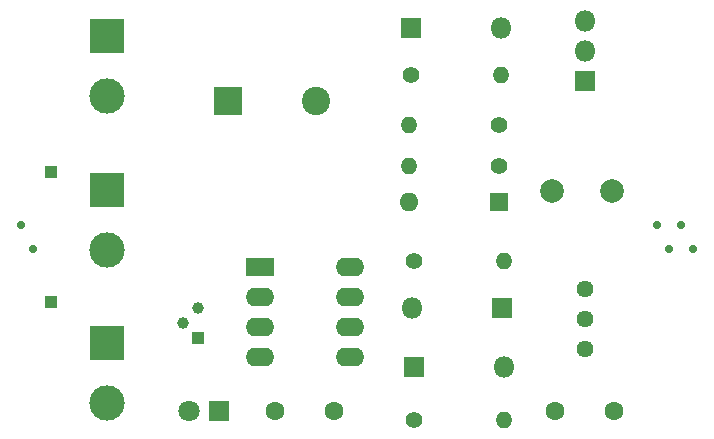
<source format=gbr>
%TF.GenerationSoftware,KiCad,Pcbnew,no-vcs-found-e2505cb~60~ubuntu14.04.1*%
%TF.CreationDate,2017-09-17T03:40:50-03:00*%
%TF.ProjectId,RFIDZapper,524649445A61707065722E6B69636164,rev?*%
%TF.SameCoordinates,Original*%
%TF.FileFunction,Soldermask,Bot*%
%TF.FilePolarity,Negative*%
%FSLAX46Y46*%
G04 Gerber Fmt 4.6, Leading zero omitted, Abs format (unit mm)*
G04 Created by KiCad (PCBNEW no-vcs-found-e2505cb~60~ubuntu14.04.1) date Sun Sep 17 03:40:50 2017*
%MOMM*%
%LPD*%
G01*
G04 APERTURE LIST*
%ADD10C,0.700000*%
%ADD11R,1.000000X1.000000*%
%ADD12O,1.400000X1.400000*%
%ADD13C,1.400000*%
%ADD14O,1.800000X1.800000*%
%ADD15R,1.800000X1.800000*%
%ADD16C,3.000000*%
%ADD17R,3.000000X3.000000*%
%ADD18C,1.600000*%
%ADD19C,2.400000*%
%ADD20R,2.400000X2.400000*%
%ADD21C,1.800000*%
%ADD22C,1.998980*%
%ADD23C,1.000000*%
%ADD24C,1.440000*%
%ADD25O,2.400000X1.600000*%
%ADD26R,2.400000X1.600000*%
%ADD27O,1.600000X1.600000*%
%ADD28R,1.600000X1.600000*%
G04 APERTURE END LIST*
D10*
%TO.C,AE1*%
X165044000Y-105826000D03*
X164024000Y-103786000D03*
X163004000Y-105826000D03*
X161984000Y-103786000D03*
X109184000Y-105826000D03*
X108164000Y-103786000D03*
D11*
X110692000Y-110306000D03*
X110692000Y-99306000D03*
%TD*%
D12*
%TO.C,R8*%
X148764000Y-91056000D03*
D13*
X141144000Y-91056000D03*
%TD*%
D12*
%TO.C,R3*%
X149014000Y-120306000D03*
D13*
X141394000Y-120306000D03*
%TD*%
D14*
%TO.C,Q2*%
X155894000Y-86476000D03*
X155894000Y-89016000D03*
D15*
X155894000Y-91556000D03*
%TD*%
D16*
%TO.C,BT1*%
X115394000Y-118886000D03*
D17*
X115394000Y-113806000D03*
%TD*%
D18*
%TO.C,C1*%
X153394000Y-119556000D03*
X158394000Y-119556000D03*
%TD*%
%TO.C,C2*%
X134644000Y-119556000D03*
X129644000Y-119556000D03*
%TD*%
D19*
%TO.C,C3*%
X133144000Y-93306000D03*
D20*
X125644000Y-93306000D03*
%TD*%
D21*
%TO.C,DL1*%
X122354000Y-119556000D03*
D15*
X124894000Y-119556000D03*
%TD*%
D22*
%TO.C,L1*%
X158224000Y-100886000D03*
X153144000Y-100886000D03*
%TD*%
D11*
%TO.C,Q1*%
X123144000Y-113306000D03*
D23*
X123144000Y-110766000D03*
X121874000Y-112036000D03*
%TD*%
D12*
%TO.C,R1*%
X149014000Y-106806000D03*
D13*
X141394000Y-106806000D03*
%TD*%
D24*
%TO.C,R2*%
X155894000Y-109226000D03*
X155894000Y-111766000D03*
X155894000Y-114306000D03*
%TD*%
D13*
%TO.C,R6*%
X148644000Y-98806000D03*
D12*
X141024000Y-98806000D03*
%TD*%
D13*
%TO.C,R9*%
X148644000Y-95306000D03*
D12*
X141024000Y-95306000D03*
%TD*%
D17*
%TO.C,SW_SPST1*%
X115394000Y-100806000D03*
D16*
X115394000Y-105886000D03*
%TD*%
%TO.C,SW_SPST3*%
X115394000Y-92886000D03*
D17*
X115394000Y-87806000D03*
%TD*%
D25*
%TO.C,U1*%
X136014000Y-107306000D03*
X128394000Y-114926000D03*
X136014000Y-109846000D03*
X128394000Y-112386000D03*
X136014000Y-112386000D03*
X128394000Y-109846000D03*
X136014000Y-114926000D03*
D26*
X128394000Y-107306000D03*
%TD*%
D14*
%TO.C,D1*%
X141274000Y-110806000D03*
D15*
X148894000Y-110806000D03*
%TD*%
D14*
%TO.C,D2*%
X149014000Y-115806000D03*
D15*
X141394000Y-115806000D03*
%TD*%
%TO.C,D3*%
X141144000Y-87056000D03*
D14*
X148764000Y-87056000D03*
%TD*%
D27*
%TO.C,DZ1*%
X141024000Y-101806000D03*
D28*
X148644000Y-101806000D03*
%TD*%
M02*

</source>
